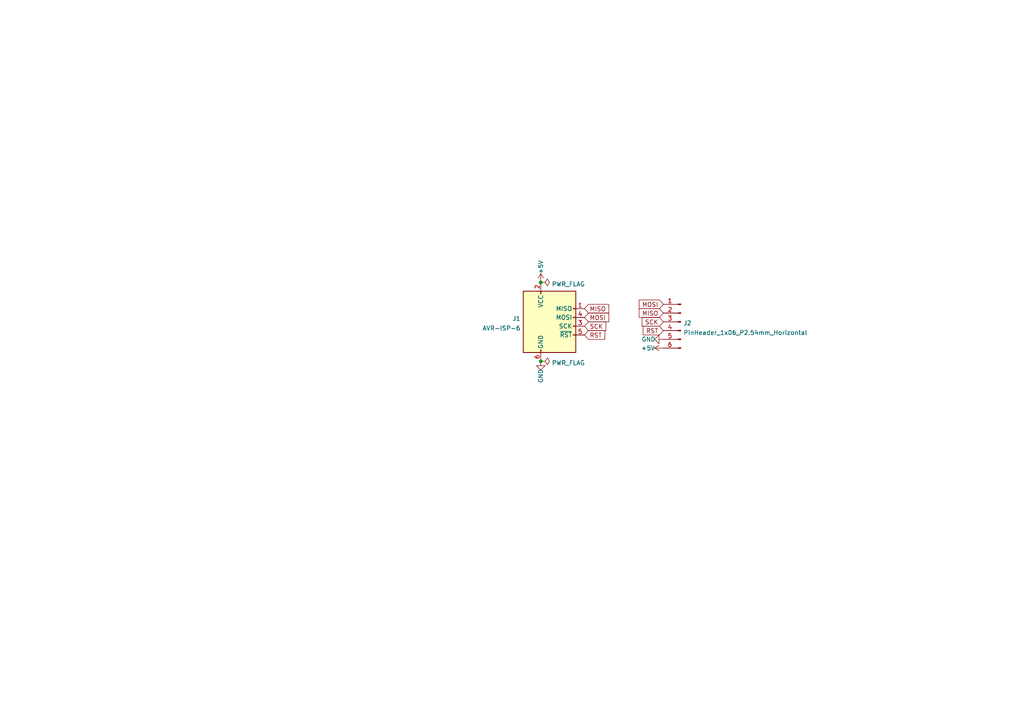
<source format=kicad_sch>
(kicad_sch (version 20211123) (generator eeschema)
  (paper "A4")
  (title_block (title "0xCB - Pogo ISP adapter") (date "2022-02-07") (rev "1.0") (company "0xCB") (comment 1 "Conor Burns"))
  (lib_symbols
    (symbol "Connector:AVR-ISP-6" (pin_names (offset 1.016))
      (property "Reference" "J" (at -6.35 11.43 0))
      (property "Value" "AVR-ISP-6" (at 0 11.43 0))
      (symbol "AVR-ISP-6_0_1"
        (rectangle (start -2.667 -6.858) (end -2.413 -7.62))
        (rectangle (start -2.667 10.16) (end -2.413 9.398))
        (rectangle (start 7.62 -2.413) (end 6.858 -2.667))
        (rectangle (start 7.62 0.127) (end 6.858 -0.127))
        (rectangle (start 7.62 2.667) (end 6.858 2.413))
        (rectangle (start 7.62 5.207) (end 6.858 4.953))
        (rectangle (start 7.62 10.16) (end -7.62 -7.62) (stroke (width 0.254)) (fill (type background)))
      )
      (symbol "AVR-ISP-6_1_1"
        (pin passive line (at 10.16 5.08 180) (length 2.54) (name "MISO") (number "1"))
        (pin passive line (at -2.54 12.7 270) (length 2.54) (name "VCC") (number "2"))
        (pin passive line (at 10.16 0 180) (length 2.54) (name "SCK") (number "3"))
        (pin passive line (at 10.16 2.54 180) (length 2.54) (name "MOSI") (number "4"))
        (pin passive line (at 10.16 -2.54 180) (length 2.54) (name "~{RST}") (number "5"))
        (pin passive line (at -2.54 -10.16 90) (length 2.54) (name "GND") (number "6"))
      )
    )
    (symbol "Connector:Conn_01x06_Male" (pin_names (offset 1.016) hide)
      (property "Reference" "J" (at 0 7.62 0))
      (property "Value" "Conn_01x06_Male" (at 0 -10.16 0))
      (symbol "Conn_01x06_Male_1_1"
        (polyline (pts (xy 1.27 -7.62) (xy 0.8636 -7.62)) (stroke (width 0.1524)))
        (polyline (pts (xy 1.27 -5.08) (xy 0.8636 -5.08)) (stroke (width 0.1524)))
        (polyline (pts (xy 1.27 -2.54) (xy 0.8636 -2.54)) (stroke (width 0.1524)))
        (polyline (pts (xy 1.27 0) (xy 0.8636 0)) (stroke (width 0.1524)))
        (polyline (pts (xy 1.27 2.54) (xy 0.8636 2.54)) (stroke (width 0.1524)))
        (polyline (pts (xy 1.27 5.08) (xy 0.8636 5.08)) (stroke (width 0.1524)))
        (rectangle (start 0.8636 -7.493) (end 0 -7.747) (stroke (width 0.1524)) (fill (type outline)))
        (rectangle (start 0.8636 -4.953) (end 0 -5.207) (stroke (width 0.1524)) (fill (type outline)))
        (rectangle (start 0.8636 -2.413) (end 0 -2.667) (stroke (width 0.1524)) (fill (type outline)))
        (rectangle (start 0.8636 0.127) (end 0 -0.127) (stroke (width 0.1524)) (fill (type outline)))
        (rectangle (start 0.8636 2.667) (end 0 2.413) (stroke (width 0.1524)) (fill (type outline)))
        (rectangle (start 0.8636 5.207) (end 0 4.953) (stroke (width 0.1524)) (fill (type outline)))
        (pin passive line (at 5.08 5.08 180) (length 3.81) (name "Pin_1") (number "1"))
        (pin passive line (at 5.08 2.54 180) (length 3.81) (name "Pin_2") (number "2"))
        (pin passive line (at 5.08 0 180) (length 3.81) (name "Pin_3") (number "3"))
        (pin passive line (at 5.08 -2.54 180) (length 3.81) (name "Pin_4") (number "4"))
        (pin passive line (at 5.08 -5.08 180) (length 3.81) (name "Pin_5") (number "5"))
        (pin passive line (at 5.08 -7.62 180) (length 3.81) (name "Pin_6") (number "6"))
      )
    )
    (symbol "power:+5V" (power) (pin_names (offset 0))
      (property "Value" "+5V" (at 0 3.556 0))
      (symbol "+5V_0_1"
        (polyline (pts (xy -0.762 1.27) (xy 0 2.54)))
        (polyline (pts (xy 0 0) (xy 0 2.54)))
        (polyline (pts (xy 0 2.54) (xy 0.762 1.27)))
      )
      (symbol "+5V_1_1"
        (pin power_in line (at 0 0 90) (length 0) hide (name "+5V") (number "1"))
      )
    )
    (symbol "power:GND" (power) (pin_names (offset 0))
      (property "Value" "GND" (at 0 -3.81 0))
      (symbol "GND_0_1"
        (polyline (pts (xy 0 0) (xy 0 -1.27) (xy 1.27 -1.27) (xy 0 -2.54) (xy -1.27 -1.27) (xy 0 -1.27)))
      )
      (symbol "GND_1_1"
        (pin power_in line (at 0 0 270) (length 0) hide (name "GND") (number "1"))
      )
    )
    (symbol "power:PWR_FLAG" (power) (pin_numbers hide) (pin_names (offset 0) hide)
      (property "Value" "PWR_FLAG" (at 0 3.81 0))
      (symbol "PWR_FLAG_0_0"
        (pin power_out line (at 0 0 90) (length 0) (name "pwr") (number "1"))
      )
      (symbol "PWR_FLAG_0_1"
        (polyline (pts (xy 0 0) (xy 0 1.27) (xy -1.016 1.905) (xy 0 2.54) (xy 1.016 1.905) (xy 0 1.27)))
      )
    )
  )
  (junction (at 156.845 104.775))
  (junction (at 156.845 81.915))
  (global_label "MISO" (shape input) (at 192.405 90.805 180) (property "Intersheet References" "${INTERSHEET_REFS}" (effects hide)))
  (global_label "MOSI" (shape input) (at 192.405 88.265 180) (property "Intersheet References" "${INTERSHEET_REFS}" (effects hide)))
  (global_label "RST" (shape input) (at 192.405 95.885 180) (property "Intersheet References" "${INTERSHEET_REFS}" (effects hide)))
  (global_label "SCK" (shape input) (at 192.405 93.345 180) (property "Intersheet References" "${INTERSHEET_REFS}" (effects hide)))
  (global_label "MOSI" (shape input) (at 169.545 92.075 0) (property "Intersheet References" "${INTERSHEET_REFS}" (effects hide)))
  (global_label "RST" (shape input) (at 169.545 97.155 0) (property "Intersheet References" "${INTERSHEET_REFS}" (effects hide)))
  (global_label "SCK" (shape input) (at 169.545 94.615 0) (property "Intersheet References" "${INTERSHEET_REFS}" (effects hide)))
  (global_label "MISO" (shape input) (at 169.545 89.535 0) (property "Intersheet References" "${INTERSHEET_REFS}" (effects hide)))
  (symbol (lib_id "power:GND") (at 192.405 98.425 270) (unit 1)
    (property "Reference" "#PWR03" (effects hide))
    (property "Value" "GND" (at 186.055 98.425 90) (effects (justify left)))
  )
  (symbol (lib_id "power:PWR_FLAG") (at 156.845 104.775 270) (unit 1)
    (property "Reference" "#FLG0102" (effects hide))
    (property "Value" "PWR_FLAG" (at 160.02 105.254 90) (effects (justify left)))
  )
  (symbol (lib_id "Connector:AVR-ISP-6") (at 159.385 94.615 0) (unit 1)
    (property "Reference" "J1" (at 151.0031 92.4365 0) (effects (justify right)))
    (property "Value" "AVR-ISP-6" (at 151.0031 95.2116 0) (effects (justify right)))
    (property "Footprint" "0xcb:PogoISP" (effects hide))
    (property "Datasheet" " ~" (effects hide))
  )
  (symbol (lib_id "Connector:Conn_01x06_Male") (at 197.485 93.345 0) (mirror y) (unit 1)
    (property "Reference" "J2" (at 198.1962 93.7065 0) (effects (justify right)))
    (property "Value" "PinHeader_1x06_P2.54mm_Horizontal" (at 198.1962 96.4816 0) (effects (justify right)))
    (property "Footprint" "Connector_PinHeader_2.54mm:PinHeader_1x06_P2.54mm_Horizontal" (effects hide))
  )
  (symbol (lib_id "power:PWR_FLAG") (at 156.845 81.915 270) (unit 1)
    (property "Reference" "#FLG0101" (effects hide))
    (property "Value" "PWR_FLAG" (at 160.02 82.394 90) (effects (justify left)))
  )
  (symbol (lib_id "power:+5V") (at 156.845 81.915 0) (unit 1)
    (property "Reference" "#PWR0101" (effects hide))
    (property "Value" "+5V" (at 156.845 77.47 90))
  )
  (symbol (lib_id "power:GND") (at 156.845 104.775 0) (unit 1)
    (property "Reference" "#PWR0102" (effects hide))
    (property "Value" "GND" (at 156.845 111.125 90) (effects (justify left)))
  )
  (symbol (lib_id "power:+5V") (at 192.405 100.965 90) (unit 1)
    (property "Reference" "#PWR04" (effects hide))
    (property "Value" "+5V" (at 187.96 100.965 90))
  )
)
</source>
